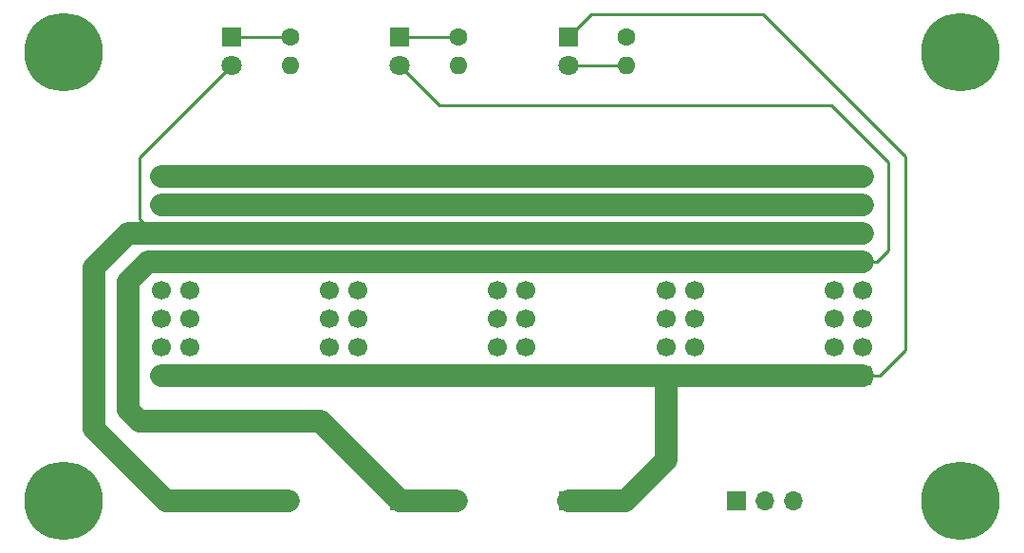
<source format=gtl>
%TF.GenerationSoftware,KiCad,Pcbnew,8.0.2*%
%TF.CreationDate,2024-05-02T10:02:12-07:00*%
%TF.ProjectId,busboard-1,62757362-6f61-4726-942d-312e6b696361,rev?*%
%TF.SameCoordinates,Original*%
%TF.FileFunction,Copper,L1,Top*%
%TF.FilePolarity,Positive*%
%FSLAX46Y46*%
G04 Gerber Fmt 4.6, Leading zero omitted, Abs format (unit mm)*
G04 Created by KiCad (PCBNEW 8.0.2) date 2024-05-02 10:02:12*
%MOMM*%
%LPD*%
G01*
G04 APERTURE LIST*
G04 Aperture macros list*
%AMRoundRect*
0 Rectangle with rounded corners*
0 $1 Rounding radius*
0 $2 $3 $4 $5 $6 $7 $8 $9 X,Y pos of 4 corners*
0 Add a 4 corners polygon primitive as box body*
4,1,4,$2,$3,$4,$5,$6,$7,$8,$9,$2,$3,0*
0 Add four circle primitives for the rounded corners*
1,1,$1+$1,$2,$3*
1,1,$1+$1,$4,$5*
1,1,$1+$1,$6,$7*
1,1,$1+$1,$8,$9*
0 Add four rect primitives between the rounded corners*
20,1,$1+$1,$2,$3,$4,$5,0*
20,1,$1+$1,$4,$5,$6,$7,0*
20,1,$1+$1,$6,$7,$8,$9,0*
20,1,$1+$1,$8,$9,$2,$3,0*%
G04 Aperture macros list end*
%TA.AperFunction,ComponentPad*%
%ADD10C,1.600000*%
%TD*%
%TA.AperFunction,ComponentPad*%
%ADD11O,1.600000X1.600000*%
%TD*%
%TA.AperFunction,ComponentPad*%
%ADD12R,1.700000X1.700000*%
%TD*%
%TA.AperFunction,ComponentPad*%
%ADD13O,1.700000X1.700000*%
%TD*%
%TA.AperFunction,ComponentPad*%
%ADD14C,7.000000*%
%TD*%
%TA.AperFunction,ComponentPad*%
%ADD15R,1.800000X1.800000*%
%TD*%
%TA.AperFunction,ComponentPad*%
%ADD16C,1.800000*%
%TD*%
%TA.AperFunction,ComponentPad*%
%ADD17RoundRect,0.250000X0.600000X0.600000X-0.600000X0.600000X-0.600000X-0.600000X0.600000X-0.600000X0*%
%TD*%
%TA.AperFunction,ComponentPad*%
%ADD18C,1.700000*%
%TD*%
%TA.AperFunction,Conductor*%
%ADD19C,2.000000*%
%TD*%
%TA.AperFunction,Conductor*%
%ADD20C,0.254000*%
%TD*%
G04 APERTURE END LIST*
D10*
%TO.P,R1,1*%
%TO.N,Net-(D1-K)*%
X125222000Y-103603000D03*
D11*
%TO.P,R1,2*%
%TO.N,GND*%
X125222000Y-106143000D03*
%TD*%
D12*
%TO.P,J6,1,Pin_1*%
%TO.N,+5V*%
X120000000Y-145000000D03*
D13*
%TO.P,J6,2,Pin_2*%
X122540000Y-145000000D03*
%TO.P,J6,3,Pin_3*%
X125080000Y-145000000D03*
%TD*%
D14*
%TO.P,H4,1,1*%
%TO.N,GND*%
X185000000Y-145000000D03*
%TD*%
D15*
%TO.P,D3,1,K*%
%TO.N,-12V*%
X150000000Y-103632000D03*
D16*
%TO.P,D3,2,A*%
%TO.N,Net-(D3-A)*%
X150000000Y-106172000D03*
%TD*%
D14*
%TO.P,H1,1,1*%
%TO.N,GND*%
X105000000Y-105000000D03*
%TD*%
D17*
%TO.P,J5,1,Pin_1*%
%TO.N,-12V*%
X176270000Y-133873000D03*
D18*
%TO.P,J5,2,Pin_2*%
X173730000Y-133873000D03*
%TO.P,J5,3,Pin_3*%
%TO.N,GND*%
X176270000Y-131333000D03*
%TO.P,J5,4,Pin_4*%
X173730000Y-131333000D03*
%TO.P,J5,5,Pin_5*%
X176270000Y-128793000D03*
%TO.P,J5,6,Pin_6*%
X173730000Y-128793000D03*
%TO.P,J5,7,Pin_7*%
X176270000Y-126253000D03*
%TO.P,J5,8,Pin_8*%
X173730000Y-126253000D03*
%TO.P,J5,9,Pin_9*%
%TO.N,+12V*%
X176270000Y-123713000D03*
%TO.P,J5,10,Pin_10*%
X173730000Y-123713000D03*
%TO.P,J5,11,Pin_11*%
%TO.N,+5V*%
X176270000Y-121173000D03*
%TO.P,J5,12,Pin_12*%
X173730000Y-121173000D03*
%TO.P,J5,13,Pin_13*%
%TO.N,/CV*%
X176270000Y-118633000D03*
%TO.P,J5,14,Pin_14*%
X173730000Y-118633000D03*
%TO.P,J5,15,Pin_15*%
%TO.N,/GATE*%
X176270000Y-116093000D03*
%TO.P,J5,16,Pin_16*%
X173730000Y-116093000D03*
%TD*%
D10*
%TO.P,R3,1*%
%TO.N,GND*%
X155208000Y-103632000D03*
D11*
%TO.P,R3,2*%
%TO.N,Net-(D3-A)*%
X155208000Y-106172000D03*
%TD*%
D12*
%TO.P,J7,1,Pin_1*%
%TO.N,+12V*%
X135000000Y-145000000D03*
D13*
%TO.P,J7,2,Pin_2*%
X137540000Y-145000000D03*
%TO.P,J7,3,Pin_3*%
X140080000Y-145000000D03*
%TD*%
D10*
%TO.P,R2,1*%
%TO.N,Net-(D2-K)*%
X140208000Y-103632000D03*
D11*
%TO.P,R2,2*%
%TO.N,GND*%
X140208000Y-106172000D03*
%TD*%
D12*
%TO.P,J8,1,Pin_1*%
%TO.N,-12V*%
X150000000Y-145000000D03*
D13*
%TO.P,J8,2,Pin_2*%
X152540000Y-145000000D03*
%TO.P,J8,3,Pin_3*%
X155080000Y-145000000D03*
%TD*%
D15*
%TO.P,D2,1,K*%
%TO.N,Net-(D2-K)*%
X135000000Y-103632000D03*
D16*
%TO.P,D2,2,A*%
%TO.N,+12V*%
X135000000Y-106172000D03*
%TD*%
D17*
%TO.P,J3,1,Pin_1*%
%TO.N,-12V*%
X146270000Y-133873000D03*
D18*
%TO.P,J3,2,Pin_2*%
X143730000Y-133873000D03*
%TO.P,J3,3,Pin_3*%
%TO.N,GND*%
X146270000Y-131333000D03*
%TO.P,J3,4,Pin_4*%
X143730000Y-131333000D03*
%TO.P,J3,5,Pin_5*%
X146270000Y-128793000D03*
%TO.P,J3,6,Pin_6*%
X143730000Y-128793000D03*
%TO.P,J3,7,Pin_7*%
X146270000Y-126253000D03*
%TO.P,J3,8,Pin_8*%
X143730000Y-126253000D03*
%TO.P,J3,9,Pin_9*%
%TO.N,+12V*%
X146270000Y-123713000D03*
%TO.P,J3,10,Pin_10*%
X143730000Y-123713000D03*
%TO.P,J3,11,Pin_11*%
%TO.N,+5V*%
X146270000Y-121173000D03*
%TO.P,J3,12,Pin_12*%
X143730000Y-121173000D03*
%TO.P,J3,13,Pin_13*%
%TO.N,/CV*%
X146270000Y-118633000D03*
%TO.P,J3,14,Pin_14*%
X143730000Y-118633000D03*
%TO.P,J3,15,Pin_15*%
%TO.N,/GATE*%
X146270000Y-116093000D03*
%TO.P,J3,16,Pin_16*%
X143730000Y-116093000D03*
%TD*%
D14*
%TO.P,H3,1,1*%
%TO.N,GND*%
X185000000Y-105000000D03*
%TD*%
D12*
%TO.P,J9,1,Pin_1*%
%TO.N,GND*%
X165000000Y-145000000D03*
D13*
%TO.P,J9,2,Pin_2*%
X167540000Y-145000000D03*
%TO.P,J9,3,Pin_3*%
X170080000Y-145000000D03*
%TD*%
D14*
%TO.P,H2,1,1*%
%TO.N,GND*%
X105000000Y-145000000D03*
%TD*%
D15*
%TO.P,D1,1,K*%
%TO.N,Net-(D1-K)*%
X120000000Y-103632000D03*
D16*
%TO.P,D1,2,A*%
%TO.N,+5V*%
X120000000Y-106172000D03*
%TD*%
D17*
%TO.P,J1,1,Pin_1*%
%TO.N,-12V*%
X116270000Y-133873000D03*
D18*
%TO.P,J1,2,Pin_2*%
X113730000Y-133873000D03*
%TO.P,J1,3,Pin_3*%
%TO.N,GND*%
X116270000Y-131333000D03*
%TO.P,J1,4,Pin_4*%
X113730000Y-131333000D03*
%TO.P,J1,5,Pin_5*%
X116270000Y-128793000D03*
%TO.P,J1,6,Pin_6*%
X113730000Y-128793000D03*
%TO.P,J1,7,Pin_7*%
X116270000Y-126253000D03*
%TO.P,J1,8,Pin_8*%
X113730000Y-126253000D03*
%TO.P,J1,9,Pin_9*%
%TO.N,+12V*%
X116270000Y-123713000D03*
%TO.P,J1,10,Pin_10*%
X113730000Y-123713000D03*
%TO.P,J1,11,Pin_11*%
%TO.N,+5V*%
X116270000Y-121173000D03*
%TO.P,J1,12,Pin_12*%
X113730000Y-121173000D03*
%TO.P,J1,13,Pin_13*%
%TO.N,/CV*%
X116270000Y-118633000D03*
%TO.P,J1,14,Pin_14*%
X113730000Y-118633000D03*
%TO.P,J1,15,Pin_15*%
%TO.N,/GATE*%
X116270000Y-116093000D03*
%TO.P,J1,16,Pin_16*%
X113730000Y-116093000D03*
%TD*%
D17*
%TO.P,J4,1,Pin_1*%
%TO.N,-12V*%
X161270000Y-133873000D03*
D18*
%TO.P,J4,2,Pin_2*%
X158730000Y-133873000D03*
%TO.P,J4,3,Pin_3*%
%TO.N,GND*%
X161270000Y-131333000D03*
%TO.P,J4,4,Pin_4*%
X158730000Y-131333000D03*
%TO.P,J4,5,Pin_5*%
X161270000Y-128793000D03*
%TO.P,J4,6,Pin_6*%
X158730000Y-128793000D03*
%TO.P,J4,7,Pin_7*%
X161270000Y-126253000D03*
%TO.P,J4,8,Pin_8*%
X158730000Y-126253000D03*
%TO.P,J4,9,Pin_9*%
%TO.N,+12V*%
X161270000Y-123713000D03*
%TO.P,J4,10,Pin_10*%
X158730000Y-123713000D03*
%TO.P,J4,11,Pin_11*%
%TO.N,+5V*%
X161270000Y-121173000D03*
%TO.P,J4,12,Pin_12*%
X158730000Y-121173000D03*
%TO.P,J4,13,Pin_13*%
%TO.N,/CV*%
X161270000Y-118633000D03*
%TO.P,J4,14,Pin_14*%
X158730000Y-118633000D03*
%TO.P,J4,15,Pin_15*%
%TO.N,/GATE*%
X161270000Y-116093000D03*
%TO.P,J4,16,Pin_16*%
X158730000Y-116093000D03*
%TD*%
D17*
%TO.P,J2,1,Pin_1*%
%TO.N,-12V*%
X131270000Y-133873000D03*
D18*
%TO.P,J2,2,Pin_2*%
X128730000Y-133873000D03*
%TO.P,J2,3,Pin_3*%
%TO.N,GND*%
X131270000Y-131333000D03*
%TO.P,J2,4,Pin_4*%
X128730000Y-131333000D03*
%TO.P,J2,5,Pin_5*%
X131270000Y-128793000D03*
%TO.P,J2,6,Pin_6*%
X128730000Y-128793000D03*
%TO.P,J2,7,Pin_7*%
X131270000Y-126253000D03*
%TO.P,J2,8,Pin_8*%
X128730000Y-126253000D03*
%TO.P,J2,9,Pin_9*%
%TO.N,+12V*%
X131270000Y-123713000D03*
%TO.P,J2,10,Pin_10*%
X128730000Y-123713000D03*
%TO.P,J2,11,Pin_11*%
%TO.N,+5V*%
X131270000Y-121173000D03*
%TO.P,J2,12,Pin_12*%
X128730000Y-121173000D03*
%TO.P,J2,13,Pin_13*%
%TO.N,/CV*%
X131270000Y-118633000D03*
%TO.P,J2,14,Pin_14*%
X128730000Y-118633000D03*
%TO.P,J2,15,Pin_15*%
%TO.N,/GATE*%
X131270000Y-116093000D03*
%TO.P,J2,16,Pin_16*%
X128730000Y-116093000D03*
%TD*%
D19*
%TO.N,/CV*%
X176270000Y-118633000D02*
X173730000Y-118633000D01*
X158730000Y-118633000D02*
X146270000Y-118633000D01*
X173730000Y-118633000D02*
X161270000Y-118633000D01*
X143730000Y-118633000D02*
X113730000Y-118633000D01*
X161270000Y-118633000D02*
X158730000Y-118633000D01*
X146270000Y-118633000D02*
X143730000Y-118633000D01*
%TO.N,/GATE*%
X146270000Y-116093000D02*
X143730000Y-116093000D01*
X128730000Y-116093000D02*
X113730000Y-116093000D01*
X161270000Y-116093000D02*
X158730000Y-116093000D01*
X158730000Y-116093000D02*
X146270000Y-116093000D01*
X143730000Y-116093000D02*
X128730000Y-116093000D01*
X173730000Y-116093000D02*
X161270000Y-116093000D01*
X128730000Y-116093000D02*
X116270000Y-116093000D01*
X176270000Y-116093000D02*
X173730000Y-116093000D01*
X143730000Y-116093000D02*
X131270000Y-116093000D01*
D20*
%TO.N,Net-(D1-K)*%
X125193000Y-103632000D02*
X125222000Y-103603000D01*
X120000000Y-103632000D02*
X125193000Y-103632000D01*
%TO.N,+5V*%
X111760000Y-119888000D02*
X113045000Y-121173000D01*
D19*
X176270000Y-121173000D02*
X173730000Y-121173000D01*
X120000000Y-145000000D02*
X125080000Y-145000000D01*
X107696000Y-138557000D02*
X114139000Y-145000000D01*
D20*
X111760000Y-114412000D02*
X111760000Y-119888000D01*
D19*
X107696000Y-124206000D02*
X107696000Y-138557000D01*
X173730000Y-121173000D02*
X113730000Y-121173000D01*
X113730000Y-121173000D02*
X110729000Y-121173000D01*
X114139000Y-145000000D02*
X120000000Y-145000000D01*
D20*
X113045000Y-121173000D02*
X113730000Y-121173000D01*
D19*
X110729000Y-121173000D02*
X107696000Y-124206000D01*
D20*
X120000000Y-106172000D02*
X111760000Y-114412000D01*
%TO.N,Net-(D2-K)*%
X135000000Y-103632000D02*
X140208000Y-103632000D01*
%TO.N,-12V*%
X152032000Y-101600000D02*
X167386000Y-101600000D01*
X180086000Y-114300000D02*
X180086000Y-131572000D01*
D19*
X155080000Y-145000000D02*
X150000000Y-145000000D01*
D20*
X167386000Y-101600000D02*
X180086000Y-114300000D01*
X177785000Y-133873000D02*
X176270000Y-133873000D01*
D19*
X176270000Y-133873000D02*
X173730000Y-133873000D01*
X173730000Y-133873000D02*
X113730000Y-133873000D01*
D20*
X180086000Y-131572000D02*
X177785000Y-133873000D01*
D19*
X158730000Y-141350000D02*
X155080000Y-145000000D01*
X158730000Y-133873000D02*
X158730000Y-141350000D01*
D20*
X150000000Y-103632000D02*
X152032000Y-101600000D01*
%TO.N,Net-(D3-A)*%
X150000000Y-106172000D02*
X155208000Y-106172000D01*
D19*
%TO.N,+12V*%
X127922000Y-137922000D02*
X135000000Y-145000000D01*
X110744000Y-136906000D02*
X111760000Y-137922000D01*
D20*
X135000000Y-106172000D02*
X138556000Y-109728000D01*
D19*
X112527919Y-123713000D02*
X110744000Y-125496919D01*
X173730000Y-123713000D02*
X113730000Y-123713000D01*
X135000000Y-145000000D02*
X140080000Y-145000000D01*
D20*
X178562000Y-122682000D02*
X177531000Y-123713000D01*
D19*
X111760000Y-137922000D02*
X127922000Y-137922000D01*
D20*
X178562000Y-114808000D02*
X178562000Y-122682000D01*
D19*
X113730000Y-123713000D02*
X112527919Y-123713000D01*
D20*
X173482000Y-109728000D02*
X178562000Y-114808000D01*
D19*
X176270000Y-123713000D02*
X173730000Y-123713000D01*
D20*
X177531000Y-123713000D02*
X176270000Y-123713000D01*
D19*
X110744000Y-125496919D02*
X110744000Y-136906000D01*
D20*
X138556000Y-109728000D02*
X173482000Y-109728000D01*
%TD*%
M02*

</source>
